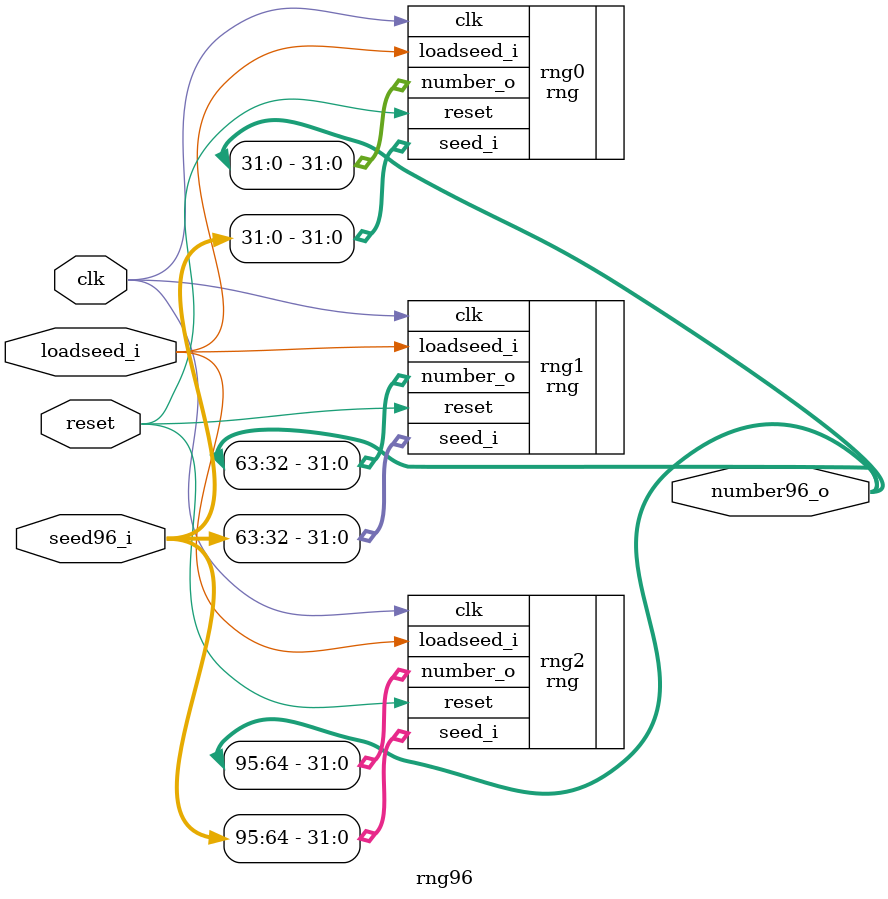
<source format=v>

`timescale 10ns/1ns

module rng96 #(parameter  WORDSIZE = 32)(clk,reset,loadseed_i,seed96_i,number96_o);
input clk;
input reset;
input loadseed_i;
input [95:0] seed96_i;
output [95:0] number96_o;

  rng rng0(
      .clk	(clk),
      .reset(reset),
      .loadseed_i(loadseed_i),
      .seed_i(seed96_i[WORDSIZE-1:0]),
      .number_o(number96_o[WORDSIZE-1:0])
   
   );

rng rng1(
      .clk	(clk),
      .reset(reset),
      .loadseed_i(loadseed_i),
      .seed_i(seed96_i[WORDSIZE*2-1:WORDSIZE]),
      .number_o(number96_o[WORDSIZE*2-1:WORDSIZE])
   
   );
   
   
   rng rng2(
      .clk	(clk),
      .reset(reset),
      .loadseed_i(loadseed_i),
      .seed_i(seed96_i[WORDSIZE*3-1:WORDSIZE*2]),
      .number_o(number96_o[WORDSIZE*3-1:WORDSIZE*2])
   
   );


endmodule


</source>
